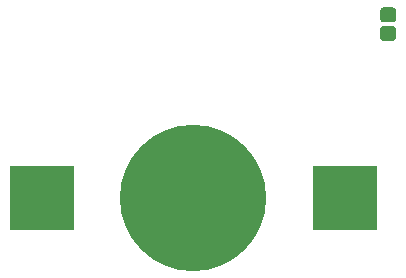
<source format=gbr>
G04 #@! TF.GenerationSoftware,KiCad,Pcbnew,(5.1.4)-1*
G04 #@! TF.CreationDate,2020-02-12T22:39:29-05:00*
G04 #@! TF.ProjectId,uradisappointment,75726164-6973-4617-9070-6f696e746d65,rev?*
G04 #@! TF.SameCoordinates,Original*
G04 #@! TF.FileFunction,Soldermask,Bot*
G04 #@! TF.FilePolarity,Negative*
%FSLAX46Y46*%
G04 Gerber Fmt 4.6, Leading zero omitted, Abs format (unit mm)*
G04 Created by KiCad (PCBNEW (5.1.4)-1) date 2020-02-12 22:39:29*
%MOMM*%
%LPD*%
G04 APERTURE LIST*
%ADD10C,0.100000*%
%ADD11C,1.275000*%
%ADD12C,12.400000*%
%ADD13R,5.500000X5.500000*%
G04 APERTURE END LIST*
D10*
G36*
X14255893Y1626465D02*
G01*
X14286835Y1621875D01*
X14317178Y1614275D01*
X14346630Y1603737D01*
X14374908Y1590362D01*
X14401738Y1574281D01*
X14426863Y1555647D01*
X14450040Y1534640D01*
X14471047Y1511463D01*
X14489681Y1486338D01*
X14505762Y1459508D01*
X14519137Y1431230D01*
X14529675Y1401778D01*
X14537275Y1371435D01*
X14541865Y1340493D01*
X14543400Y1309250D01*
X14543400Y671750D01*
X14541865Y640507D01*
X14537275Y609565D01*
X14529675Y579222D01*
X14519137Y549770D01*
X14505762Y521492D01*
X14489681Y494662D01*
X14471047Y469537D01*
X14450040Y446360D01*
X14426863Y425353D01*
X14401738Y406719D01*
X14374908Y390638D01*
X14346630Y377263D01*
X14317178Y366725D01*
X14286835Y359125D01*
X14255893Y354535D01*
X14224650Y353000D01*
X13512150Y353000D01*
X13480907Y354535D01*
X13449965Y359125D01*
X13419622Y366725D01*
X13390170Y377263D01*
X13361892Y390638D01*
X13335062Y406719D01*
X13309937Y425353D01*
X13286760Y446360D01*
X13265753Y469537D01*
X13247119Y494662D01*
X13231038Y521492D01*
X13217663Y549770D01*
X13207125Y579222D01*
X13199525Y609565D01*
X13194935Y640507D01*
X13193400Y671750D01*
X13193400Y1309250D01*
X13194935Y1340493D01*
X13199525Y1371435D01*
X13207125Y1401778D01*
X13217663Y1431230D01*
X13231038Y1459508D01*
X13247119Y1486338D01*
X13265753Y1511463D01*
X13286760Y1534640D01*
X13309937Y1555647D01*
X13335062Y1574281D01*
X13361892Y1590362D01*
X13390170Y1603737D01*
X13419622Y1614275D01*
X13449965Y1621875D01*
X13480907Y1626465D01*
X13512150Y1628000D01*
X14224650Y1628000D01*
X14255893Y1626465D01*
X14255893Y1626465D01*
G37*
D11*
X13868400Y990500D03*
D10*
G36*
X14255893Y3201465D02*
G01*
X14286835Y3196875D01*
X14317178Y3189275D01*
X14346630Y3178737D01*
X14374908Y3165362D01*
X14401738Y3149281D01*
X14426863Y3130647D01*
X14450040Y3109640D01*
X14471047Y3086463D01*
X14489681Y3061338D01*
X14505762Y3034508D01*
X14519137Y3006230D01*
X14529675Y2976778D01*
X14537275Y2946435D01*
X14541865Y2915493D01*
X14543400Y2884250D01*
X14543400Y2246750D01*
X14541865Y2215507D01*
X14537275Y2184565D01*
X14529675Y2154222D01*
X14519137Y2124770D01*
X14505762Y2096492D01*
X14489681Y2069662D01*
X14471047Y2044537D01*
X14450040Y2021360D01*
X14426863Y2000353D01*
X14401738Y1981719D01*
X14374908Y1965638D01*
X14346630Y1952263D01*
X14317178Y1941725D01*
X14286835Y1934125D01*
X14255893Y1929535D01*
X14224650Y1928000D01*
X13512150Y1928000D01*
X13480907Y1929535D01*
X13449965Y1934125D01*
X13419622Y1941725D01*
X13390170Y1952263D01*
X13361892Y1965638D01*
X13335062Y1981719D01*
X13309937Y2000353D01*
X13286760Y2021360D01*
X13265753Y2044537D01*
X13247119Y2069662D01*
X13231038Y2096492D01*
X13217663Y2124770D01*
X13207125Y2154222D01*
X13199525Y2184565D01*
X13194935Y2215507D01*
X13193400Y2246750D01*
X13193400Y2884250D01*
X13194935Y2915493D01*
X13199525Y2946435D01*
X13207125Y2976778D01*
X13217663Y3006230D01*
X13231038Y3034508D01*
X13247119Y3061338D01*
X13265753Y3086463D01*
X13286760Y3109640D01*
X13309937Y3130647D01*
X13335062Y3149281D01*
X13361892Y3165362D01*
X13390170Y3178737D01*
X13419622Y3189275D01*
X13449965Y3196875D01*
X13480907Y3201465D01*
X13512150Y3203000D01*
X14224650Y3203000D01*
X14255893Y3201465D01*
X14255893Y3201465D01*
G37*
D11*
X13868400Y2565500D03*
D12*
X-2616200Y-12954000D03*
D13*
X-15416200Y-12954000D03*
X10183800Y-12954000D03*
M02*

</source>
